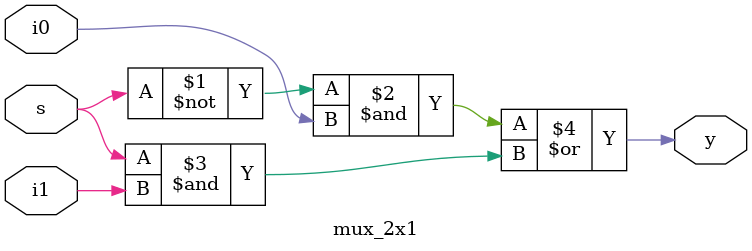
<source format=v>
module mux_2x1(i0,i1,s,y);
input i0,i1,s;
output y;

assign y= ((~s)&i0) | (s&i1);

endmodule

</source>
